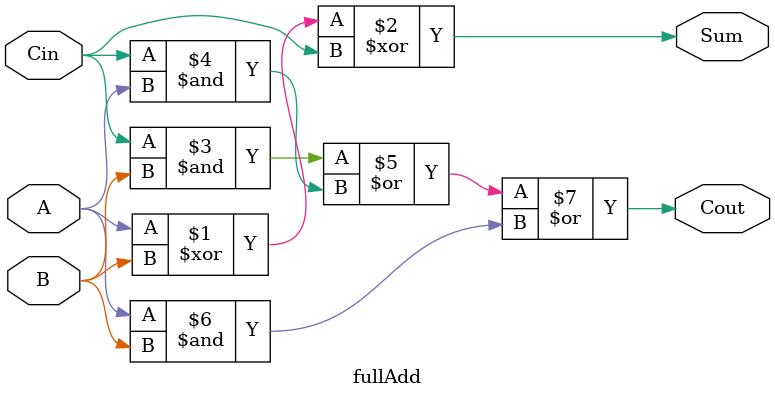
<source format=v>
`timescale 1ns / 1ps
module fullAdd(
    input A,
    input B,
    input Cin,
    output Sum,
    output Cout
    );

assign Sum = (A^B)^Cin;
assign Cout = ((Cin & B) | (Cin & A)) | (A & B);

endmodule

</source>
